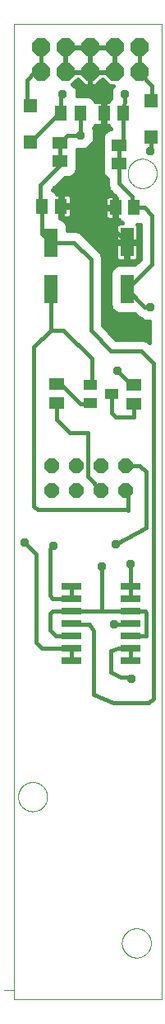
<source format=gbl>
G75*
%MOIN*%
%OFA0B0*%
%FSLAX25Y25*%
%IPPOS*%
%LPD*%
%AMOC8*
5,1,8,0,0,1.08239X$1,22.5*
%
%ADD10C,0.00000*%
%ADD11R,0.05512X0.11811*%
%ADD12R,0.05118X0.06299*%
%ADD13R,0.05118X0.05906*%
%ADD14R,0.05512X0.05512*%
%ADD15R,0.08000X0.02600*%
%ADD16OC8,0.07400*%
%ADD17R,0.05906X0.05118*%
%ADD18R,0.05512X0.03937*%
%ADD19OC8,0.06000*%
%ADD20C,0.01600*%
%ADD21R,0.03962X0.03962*%
%ADD22OC8,0.03569*%
D10*
X0065737Y0017548D02*
X0069674Y0017548D01*
X0069713Y0013611D02*
X0069713Y0407312D01*
X0129713Y0407312D01*
X0129713Y0013611D01*
X0069713Y0013611D01*
X0071485Y0095501D02*
X0071487Y0095654D01*
X0071493Y0095808D01*
X0071503Y0095961D01*
X0071517Y0096113D01*
X0071535Y0096266D01*
X0071557Y0096417D01*
X0071582Y0096568D01*
X0071612Y0096719D01*
X0071646Y0096869D01*
X0071683Y0097017D01*
X0071724Y0097165D01*
X0071769Y0097311D01*
X0071818Y0097457D01*
X0071871Y0097601D01*
X0071927Y0097743D01*
X0071987Y0097884D01*
X0072051Y0098024D01*
X0072118Y0098162D01*
X0072189Y0098298D01*
X0072264Y0098432D01*
X0072341Y0098564D01*
X0072423Y0098694D01*
X0072507Y0098822D01*
X0072595Y0098948D01*
X0072686Y0099071D01*
X0072780Y0099192D01*
X0072878Y0099310D01*
X0072978Y0099426D01*
X0073082Y0099539D01*
X0073188Y0099650D01*
X0073297Y0099758D01*
X0073409Y0099863D01*
X0073523Y0099964D01*
X0073641Y0100063D01*
X0073760Y0100159D01*
X0073882Y0100252D01*
X0074007Y0100341D01*
X0074134Y0100428D01*
X0074263Y0100510D01*
X0074394Y0100590D01*
X0074527Y0100666D01*
X0074662Y0100739D01*
X0074799Y0100808D01*
X0074938Y0100873D01*
X0075078Y0100935D01*
X0075220Y0100993D01*
X0075363Y0101048D01*
X0075508Y0101099D01*
X0075654Y0101146D01*
X0075801Y0101189D01*
X0075949Y0101228D01*
X0076098Y0101264D01*
X0076248Y0101295D01*
X0076399Y0101323D01*
X0076550Y0101347D01*
X0076703Y0101367D01*
X0076855Y0101383D01*
X0077008Y0101395D01*
X0077161Y0101403D01*
X0077314Y0101407D01*
X0077468Y0101407D01*
X0077621Y0101403D01*
X0077774Y0101395D01*
X0077927Y0101383D01*
X0078079Y0101367D01*
X0078232Y0101347D01*
X0078383Y0101323D01*
X0078534Y0101295D01*
X0078684Y0101264D01*
X0078833Y0101228D01*
X0078981Y0101189D01*
X0079128Y0101146D01*
X0079274Y0101099D01*
X0079419Y0101048D01*
X0079562Y0100993D01*
X0079704Y0100935D01*
X0079844Y0100873D01*
X0079983Y0100808D01*
X0080120Y0100739D01*
X0080255Y0100666D01*
X0080388Y0100590D01*
X0080519Y0100510D01*
X0080648Y0100428D01*
X0080775Y0100341D01*
X0080900Y0100252D01*
X0081022Y0100159D01*
X0081141Y0100063D01*
X0081259Y0099964D01*
X0081373Y0099863D01*
X0081485Y0099758D01*
X0081594Y0099650D01*
X0081700Y0099539D01*
X0081804Y0099426D01*
X0081904Y0099310D01*
X0082002Y0099192D01*
X0082096Y0099071D01*
X0082187Y0098948D01*
X0082275Y0098822D01*
X0082359Y0098694D01*
X0082441Y0098564D01*
X0082518Y0098432D01*
X0082593Y0098298D01*
X0082664Y0098162D01*
X0082731Y0098024D01*
X0082795Y0097884D01*
X0082855Y0097743D01*
X0082911Y0097601D01*
X0082964Y0097457D01*
X0083013Y0097311D01*
X0083058Y0097165D01*
X0083099Y0097017D01*
X0083136Y0096869D01*
X0083170Y0096719D01*
X0083200Y0096568D01*
X0083225Y0096417D01*
X0083247Y0096266D01*
X0083265Y0096113D01*
X0083279Y0095961D01*
X0083289Y0095808D01*
X0083295Y0095654D01*
X0083297Y0095501D01*
X0083295Y0095348D01*
X0083289Y0095194D01*
X0083279Y0095041D01*
X0083265Y0094889D01*
X0083247Y0094736D01*
X0083225Y0094585D01*
X0083200Y0094434D01*
X0083170Y0094283D01*
X0083136Y0094133D01*
X0083099Y0093985D01*
X0083058Y0093837D01*
X0083013Y0093691D01*
X0082964Y0093545D01*
X0082911Y0093401D01*
X0082855Y0093259D01*
X0082795Y0093118D01*
X0082731Y0092978D01*
X0082664Y0092840D01*
X0082593Y0092704D01*
X0082518Y0092570D01*
X0082441Y0092438D01*
X0082359Y0092308D01*
X0082275Y0092180D01*
X0082187Y0092054D01*
X0082096Y0091931D01*
X0082002Y0091810D01*
X0081904Y0091692D01*
X0081804Y0091576D01*
X0081700Y0091463D01*
X0081594Y0091352D01*
X0081485Y0091244D01*
X0081373Y0091139D01*
X0081259Y0091038D01*
X0081141Y0090939D01*
X0081022Y0090843D01*
X0080900Y0090750D01*
X0080775Y0090661D01*
X0080648Y0090574D01*
X0080519Y0090492D01*
X0080388Y0090412D01*
X0080255Y0090336D01*
X0080120Y0090263D01*
X0079983Y0090194D01*
X0079844Y0090129D01*
X0079704Y0090067D01*
X0079562Y0090009D01*
X0079419Y0089954D01*
X0079274Y0089903D01*
X0079128Y0089856D01*
X0078981Y0089813D01*
X0078833Y0089774D01*
X0078684Y0089738D01*
X0078534Y0089707D01*
X0078383Y0089679D01*
X0078232Y0089655D01*
X0078079Y0089635D01*
X0077927Y0089619D01*
X0077774Y0089607D01*
X0077621Y0089599D01*
X0077468Y0089595D01*
X0077314Y0089595D01*
X0077161Y0089599D01*
X0077008Y0089607D01*
X0076855Y0089619D01*
X0076703Y0089635D01*
X0076550Y0089655D01*
X0076399Y0089679D01*
X0076248Y0089707D01*
X0076098Y0089738D01*
X0075949Y0089774D01*
X0075801Y0089813D01*
X0075654Y0089856D01*
X0075508Y0089903D01*
X0075363Y0089954D01*
X0075220Y0090009D01*
X0075078Y0090067D01*
X0074938Y0090129D01*
X0074799Y0090194D01*
X0074662Y0090263D01*
X0074527Y0090336D01*
X0074394Y0090412D01*
X0074263Y0090492D01*
X0074134Y0090574D01*
X0074007Y0090661D01*
X0073882Y0090750D01*
X0073760Y0090843D01*
X0073641Y0090939D01*
X0073523Y0091038D01*
X0073409Y0091139D01*
X0073297Y0091244D01*
X0073188Y0091352D01*
X0073082Y0091463D01*
X0072978Y0091576D01*
X0072878Y0091692D01*
X0072780Y0091810D01*
X0072686Y0091931D01*
X0072595Y0092054D01*
X0072507Y0092180D01*
X0072423Y0092308D01*
X0072341Y0092438D01*
X0072264Y0092570D01*
X0072189Y0092704D01*
X0072118Y0092840D01*
X0072051Y0092978D01*
X0071987Y0093118D01*
X0071927Y0093259D01*
X0071871Y0093401D01*
X0071818Y0093545D01*
X0071769Y0093691D01*
X0071724Y0093837D01*
X0071683Y0093985D01*
X0071646Y0094133D01*
X0071612Y0094283D01*
X0071582Y0094434D01*
X0071557Y0094585D01*
X0071535Y0094736D01*
X0071517Y0094889D01*
X0071503Y0095041D01*
X0071493Y0095194D01*
X0071487Y0095348D01*
X0071485Y0095501D01*
X0113611Y0036446D02*
X0113613Y0036599D01*
X0113619Y0036753D01*
X0113629Y0036906D01*
X0113643Y0037058D01*
X0113661Y0037211D01*
X0113683Y0037362D01*
X0113708Y0037513D01*
X0113738Y0037664D01*
X0113772Y0037814D01*
X0113809Y0037962D01*
X0113850Y0038110D01*
X0113895Y0038256D01*
X0113944Y0038402D01*
X0113997Y0038546D01*
X0114053Y0038688D01*
X0114113Y0038829D01*
X0114177Y0038969D01*
X0114244Y0039107D01*
X0114315Y0039243D01*
X0114390Y0039377D01*
X0114467Y0039509D01*
X0114549Y0039639D01*
X0114633Y0039767D01*
X0114721Y0039893D01*
X0114812Y0040016D01*
X0114906Y0040137D01*
X0115004Y0040255D01*
X0115104Y0040371D01*
X0115208Y0040484D01*
X0115314Y0040595D01*
X0115423Y0040703D01*
X0115535Y0040808D01*
X0115649Y0040909D01*
X0115767Y0041008D01*
X0115886Y0041104D01*
X0116008Y0041197D01*
X0116133Y0041286D01*
X0116260Y0041373D01*
X0116389Y0041455D01*
X0116520Y0041535D01*
X0116653Y0041611D01*
X0116788Y0041684D01*
X0116925Y0041753D01*
X0117064Y0041818D01*
X0117204Y0041880D01*
X0117346Y0041938D01*
X0117489Y0041993D01*
X0117634Y0042044D01*
X0117780Y0042091D01*
X0117927Y0042134D01*
X0118075Y0042173D01*
X0118224Y0042209D01*
X0118374Y0042240D01*
X0118525Y0042268D01*
X0118676Y0042292D01*
X0118829Y0042312D01*
X0118981Y0042328D01*
X0119134Y0042340D01*
X0119287Y0042348D01*
X0119440Y0042352D01*
X0119594Y0042352D01*
X0119747Y0042348D01*
X0119900Y0042340D01*
X0120053Y0042328D01*
X0120205Y0042312D01*
X0120358Y0042292D01*
X0120509Y0042268D01*
X0120660Y0042240D01*
X0120810Y0042209D01*
X0120959Y0042173D01*
X0121107Y0042134D01*
X0121254Y0042091D01*
X0121400Y0042044D01*
X0121545Y0041993D01*
X0121688Y0041938D01*
X0121830Y0041880D01*
X0121970Y0041818D01*
X0122109Y0041753D01*
X0122246Y0041684D01*
X0122381Y0041611D01*
X0122514Y0041535D01*
X0122645Y0041455D01*
X0122774Y0041373D01*
X0122901Y0041286D01*
X0123026Y0041197D01*
X0123148Y0041104D01*
X0123267Y0041008D01*
X0123385Y0040909D01*
X0123499Y0040808D01*
X0123611Y0040703D01*
X0123720Y0040595D01*
X0123826Y0040484D01*
X0123930Y0040371D01*
X0124030Y0040255D01*
X0124128Y0040137D01*
X0124222Y0040016D01*
X0124313Y0039893D01*
X0124401Y0039767D01*
X0124485Y0039639D01*
X0124567Y0039509D01*
X0124644Y0039377D01*
X0124719Y0039243D01*
X0124790Y0039107D01*
X0124857Y0038969D01*
X0124921Y0038829D01*
X0124981Y0038688D01*
X0125037Y0038546D01*
X0125090Y0038402D01*
X0125139Y0038256D01*
X0125184Y0038110D01*
X0125225Y0037962D01*
X0125262Y0037814D01*
X0125296Y0037664D01*
X0125326Y0037513D01*
X0125351Y0037362D01*
X0125373Y0037211D01*
X0125391Y0037058D01*
X0125405Y0036906D01*
X0125415Y0036753D01*
X0125421Y0036599D01*
X0125423Y0036446D01*
X0125421Y0036293D01*
X0125415Y0036139D01*
X0125405Y0035986D01*
X0125391Y0035834D01*
X0125373Y0035681D01*
X0125351Y0035530D01*
X0125326Y0035379D01*
X0125296Y0035228D01*
X0125262Y0035078D01*
X0125225Y0034930D01*
X0125184Y0034782D01*
X0125139Y0034636D01*
X0125090Y0034490D01*
X0125037Y0034346D01*
X0124981Y0034204D01*
X0124921Y0034063D01*
X0124857Y0033923D01*
X0124790Y0033785D01*
X0124719Y0033649D01*
X0124644Y0033515D01*
X0124567Y0033383D01*
X0124485Y0033253D01*
X0124401Y0033125D01*
X0124313Y0032999D01*
X0124222Y0032876D01*
X0124128Y0032755D01*
X0124030Y0032637D01*
X0123930Y0032521D01*
X0123826Y0032408D01*
X0123720Y0032297D01*
X0123611Y0032189D01*
X0123499Y0032084D01*
X0123385Y0031983D01*
X0123267Y0031884D01*
X0123148Y0031788D01*
X0123026Y0031695D01*
X0122901Y0031606D01*
X0122774Y0031519D01*
X0122645Y0031437D01*
X0122514Y0031357D01*
X0122381Y0031281D01*
X0122246Y0031208D01*
X0122109Y0031139D01*
X0121970Y0031074D01*
X0121830Y0031012D01*
X0121688Y0030954D01*
X0121545Y0030899D01*
X0121400Y0030848D01*
X0121254Y0030801D01*
X0121107Y0030758D01*
X0120959Y0030719D01*
X0120810Y0030683D01*
X0120660Y0030652D01*
X0120509Y0030624D01*
X0120358Y0030600D01*
X0120205Y0030580D01*
X0120053Y0030564D01*
X0119900Y0030552D01*
X0119747Y0030544D01*
X0119594Y0030540D01*
X0119440Y0030540D01*
X0119287Y0030544D01*
X0119134Y0030552D01*
X0118981Y0030564D01*
X0118829Y0030580D01*
X0118676Y0030600D01*
X0118525Y0030624D01*
X0118374Y0030652D01*
X0118224Y0030683D01*
X0118075Y0030719D01*
X0117927Y0030758D01*
X0117780Y0030801D01*
X0117634Y0030848D01*
X0117489Y0030899D01*
X0117346Y0030954D01*
X0117204Y0031012D01*
X0117064Y0031074D01*
X0116925Y0031139D01*
X0116788Y0031208D01*
X0116653Y0031281D01*
X0116520Y0031357D01*
X0116389Y0031437D01*
X0116260Y0031519D01*
X0116133Y0031606D01*
X0116008Y0031695D01*
X0115886Y0031788D01*
X0115767Y0031884D01*
X0115649Y0031983D01*
X0115535Y0032084D01*
X0115423Y0032189D01*
X0115314Y0032297D01*
X0115208Y0032408D01*
X0115104Y0032521D01*
X0115004Y0032637D01*
X0114906Y0032755D01*
X0114812Y0032876D01*
X0114721Y0032999D01*
X0114633Y0033125D01*
X0114549Y0033253D01*
X0114467Y0033383D01*
X0114390Y0033515D01*
X0114315Y0033649D01*
X0114244Y0033785D01*
X0114177Y0033923D01*
X0114113Y0034063D01*
X0114053Y0034204D01*
X0113997Y0034346D01*
X0113944Y0034490D01*
X0113895Y0034636D01*
X0113850Y0034782D01*
X0113809Y0034930D01*
X0113772Y0035078D01*
X0113738Y0035228D01*
X0113708Y0035379D01*
X0113683Y0035530D01*
X0113661Y0035681D01*
X0113643Y0035834D01*
X0113629Y0035986D01*
X0113619Y0036139D01*
X0113613Y0036293D01*
X0113611Y0036446D01*
X0115973Y0347076D02*
X0115975Y0347229D01*
X0115981Y0347383D01*
X0115991Y0347536D01*
X0116005Y0347688D01*
X0116023Y0347841D01*
X0116045Y0347992D01*
X0116070Y0348143D01*
X0116100Y0348294D01*
X0116134Y0348444D01*
X0116171Y0348592D01*
X0116212Y0348740D01*
X0116257Y0348886D01*
X0116306Y0349032D01*
X0116359Y0349176D01*
X0116415Y0349318D01*
X0116475Y0349459D01*
X0116539Y0349599D01*
X0116606Y0349737D01*
X0116677Y0349873D01*
X0116752Y0350007D01*
X0116829Y0350139D01*
X0116911Y0350269D01*
X0116995Y0350397D01*
X0117083Y0350523D01*
X0117174Y0350646D01*
X0117268Y0350767D01*
X0117366Y0350885D01*
X0117466Y0351001D01*
X0117570Y0351114D01*
X0117676Y0351225D01*
X0117785Y0351333D01*
X0117897Y0351438D01*
X0118011Y0351539D01*
X0118129Y0351638D01*
X0118248Y0351734D01*
X0118370Y0351827D01*
X0118495Y0351916D01*
X0118622Y0352003D01*
X0118751Y0352085D01*
X0118882Y0352165D01*
X0119015Y0352241D01*
X0119150Y0352314D01*
X0119287Y0352383D01*
X0119426Y0352448D01*
X0119566Y0352510D01*
X0119708Y0352568D01*
X0119851Y0352623D01*
X0119996Y0352674D01*
X0120142Y0352721D01*
X0120289Y0352764D01*
X0120437Y0352803D01*
X0120586Y0352839D01*
X0120736Y0352870D01*
X0120887Y0352898D01*
X0121038Y0352922D01*
X0121191Y0352942D01*
X0121343Y0352958D01*
X0121496Y0352970D01*
X0121649Y0352978D01*
X0121802Y0352982D01*
X0121956Y0352982D01*
X0122109Y0352978D01*
X0122262Y0352970D01*
X0122415Y0352958D01*
X0122567Y0352942D01*
X0122720Y0352922D01*
X0122871Y0352898D01*
X0123022Y0352870D01*
X0123172Y0352839D01*
X0123321Y0352803D01*
X0123469Y0352764D01*
X0123616Y0352721D01*
X0123762Y0352674D01*
X0123907Y0352623D01*
X0124050Y0352568D01*
X0124192Y0352510D01*
X0124332Y0352448D01*
X0124471Y0352383D01*
X0124608Y0352314D01*
X0124743Y0352241D01*
X0124876Y0352165D01*
X0125007Y0352085D01*
X0125136Y0352003D01*
X0125263Y0351916D01*
X0125388Y0351827D01*
X0125510Y0351734D01*
X0125629Y0351638D01*
X0125747Y0351539D01*
X0125861Y0351438D01*
X0125973Y0351333D01*
X0126082Y0351225D01*
X0126188Y0351114D01*
X0126292Y0351001D01*
X0126392Y0350885D01*
X0126490Y0350767D01*
X0126584Y0350646D01*
X0126675Y0350523D01*
X0126763Y0350397D01*
X0126847Y0350269D01*
X0126929Y0350139D01*
X0127006Y0350007D01*
X0127081Y0349873D01*
X0127152Y0349737D01*
X0127219Y0349599D01*
X0127283Y0349459D01*
X0127343Y0349318D01*
X0127399Y0349176D01*
X0127452Y0349032D01*
X0127501Y0348886D01*
X0127546Y0348740D01*
X0127587Y0348592D01*
X0127624Y0348444D01*
X0127658Y0348294D01*
X0127688Y0348143D01*
X0127713Y0347992D01*
X0127735Y0347841D01*
X0127753Y0347688D01*
X0127767Y0347536D01*
X0127777Y0347383D01*
X0127783Y0347229D01*
X0127785Y0347076D01*
X0127783Y0346923D01*
X0127777Y0346769D01*
X0127767Y0346616D01*
X0127753Y0346464D01*
X0127735Y0346311D01*
X0127713Y0346160D01*
X0127688Y0346009D01*
X0127658Y0345858D01*
X0127624Y0345708D01*
X0127587Y0345560D01*
X0127546Y0345412D01*
X0127501Y0345266D01*
X0127452Y0345120D01*
X0127399Y0344976D01*
X0127343Y0344834D01*
X0127283Y0344693D01*
X0127219Y0344553D01*
X0127152Y0344415D01*
X0127081Y0344279D01*
X0127006Y0344145D01*
X0126929Y0344013D01*
X0126847Y0343883D01*
X0126763Y0343755D01*
X0126675Y0343629D01*
X0126584Y0343506D01*
X0126490Y0343385D01*
X0126392Y0343267D01*
X0126292Y0343151D01*
X0126188Y0343038D01*
X0126082Y0342927D01*
X0125973Y0342819D01*
X0125861Y0342714D01*
X0125747Y0342613D01*
X0125629Y0342514D01*
X0125510Y0342418D01*
X0125388Y0342325D01*
X0125263Y0342236D01*
X0125136Y0342149D01*
X0125007Y0342067D01*
X0124876Y0341987D01*
X0124743Y0341911D01*
X0124608Y0341838D01*
X0124471Y0341769D01*
X0124332Y0341704D01*
X0124192Y0341642D01*
X0124050Y0341584D01*
X0123907Y0341529D01*
X0123762Y0341478D01*
X0123616Y0341431D01*
X0123469Y0341388D01*
X0123321Y0341349D01*
X0123172Y0341313D01*
X0123022Y0341282D01*
X0122871Y0341254D01*
X0122720Y0341230D01*
X0122567Y0341210D01*
X0122415Y0341194D01*
X0122262Y0341182D01*
X0122109Y0341174D01*
X0121956Y0341170D01*
X0121802Y0341170D01*
X0121649Y0341174D01*
X0121496Y0341182D01*
X0121343Y0341194D01*
X0121191Y0341210D01*
X0121038Y0341230D01*
X0120887Y0341254D01*
X0120736Y0341282D01*
X0120586Y0341313D01*
X0120437Y0341349D01*
X0120289Y0341388D01*
X0120142Y0341431D01*
X0119996Y0341478D01*
X0119851Y0341529D01*
X0119708Y0341584D01*
X0119566Y0341642D01*
X0119426Y0341704D01*
X0119287Y0341769D01*
X0119150Y0341838D01*
X0119015Y0341911D01*
X0118882Y0341987D01*
X0118751Y0342067D01*
X0118622Y0342149D01*
X0118495Y0342236D01*
X0118370Y0342325D01*
X0118248Y0342418D01*
X0118129Y0342514D01*
X0118011Y0342613D01*
X0117897Y0342714D01*
X0117785Y0342819D01*
X0117676Y0342927D01*
X0117570Y0343038D01*
X0117466Y0343151D01*
X0117366Y0343267D01*
X0117268Y0343385D01*
X0117174Y0343506D01*
X0117083Y0343629D01*
X0116995Y0343755D01*
X0116911Y0343883D01*
X0116829Y0344013D01*
X0116752Y0344145D01*
X0116677Y0344279D01*
X0116606Y0344415D01*
X0116539Y0344553D01*
X0116475Y0344693D01*
X0116415Y0344834D01*
X0116359Y0344976D01*
X0116306Y0345120D01*
X0116257Y0345266D01*
X0116212Y0345412D01*
X0116171Y0345560D01*
X0116134Y0345708D01*
X0116100Y0345858D01*
X0116070Y0346009D01*
X0116045Y0346160D01*
X0116023Y0346311D01*
X0116005Y0346464D01*
X0115991Y0346616D01*
X0115981Y0346769D01*
X0115975Y0346923D01*
X0115973Y0347076D01*
D11*
X0115658Y0319320D03*
X0115658Y0300422D03*
X0084674Y0300343D03*
X0084674Y0319241D03*
D12*
X0081013Y0333887D03*
X0088887Y0333887D03*
X0088808Y0371288D03*
X0096682Y0371288D03*
X0106367Y0371288D03*
X0114241Y0371288D03*
D13*
X0111091Y0333296D03*
X0118572Y0333296D03*
D14*
X0125619Y0361603D03*
X0125619Y0376564D03*
X0076406Y0374595D03*
X0076406Y0359635D03*
D15*
X0093046Y0180461D03*
X0093046Y0175461D03*
X0093046Y0170461D03*
X0093046Y0165461D03*
X0093046Y0160461D03*
X0093046Y0155461D03*
X0093046Y0150461D03*
X0117246Y0150461D03*
X0117246Y0155461D03*
X0117246Y0160461D03*
X0117246Y0165461D03*
X0117246Y0170461D03*
X0117246Y0175461D03*
X0117246Y0180461D03*
D16*
X0120658Y0387981D03*
X0120658Y0397981D03*
X0110658Y0397981D03*
X0110658Y0387981D03*
X0100658Y0387981D03*
X0100658Y0397981D03*
X0090658Y0397981D03*
X0090658Y0387981D03*
X0080658Y0387981D03*
X0080658Y0397981D03*
D17*
X0088611Y0359517D03*
X0088611Y0352036D03*
X0112627Y0351052D03*
X0112627Y0358532D03*
X0118335Y0261682D03*
X0118335Y0254202D03*
X0087036Y0254517D03*
X0087036Y0261997D03*
D18*
X0100816Y0261879D03*
X0100816Y0254398D03*
X0109477Y0258139D03*
D19*
X0105225Y0229241D03*
X0105225Y0219241D03*
X0095225Y0219241D03*
X0095225Y0229241D03*
X0085225Y0229241D03*
X0085225Y0219241D03*
X0115225Y0219241D03*
X0115225Y0229241D03*
D20*
X0120816Y0229241D01*
X0123454Y0226603D01*
X0123454Y0204162D01*
X0111249Y0197469D01*
X0116091Y0211052D02*
X0115816Y0211328D01*
X0079398Y0211328D01*
X0077942Y0212784D01*
X0077942Y0277154D01*
X0084674Y0283887D01*
X0089950Y0283887D01*
X0101406Y0272430D01*
X0101406Y0262469D01*
X0100816Y0261879D01*
X0100816Y0254398D02*
X0100580Y0254162D01*
X0096682Y0254162D01*
X0088847Y0261997D01*
X0087036Y0261997D01*
X0087036Y0254517D02*
X0087036Y0247666D01*
X0092351Y0242351D01*
X0099831Y0242351D01*
X0099831Y0224635D01*
X0105225Y0219241D01*
X0115225Y0219241D02*
X0116091Y0218375D01*
X0116091Y0211052D01*
X0117154Y0189595D02*
X0117154Y0180554D01*
X0117246Y0180461D01*
X0117246Y0175461D01*
X0117246Y0170461D02*
X0123217Y0170461D01*
X0123454Y0169910D01*
X0123454Y0160461D01*
X0117246Y0160461D01*
X0116971Y0165186D02*
X0117246Y0165461D01*
X0116971Y0165186D02*
X0110461Y0165186D01*
X0112154Y0155461D02*
X0109280Y0154556D01*
X0109280Y0145894D01*
X0113217Y0143926D01*
X0116761Y0143926D01*
X0117548Y0143139D01*
X0117246Y0150461D02*
X0117246Y0155461D01*
X0112154Y0155461D01*
X0117246Y0170461D02*
X0105343Y0170461D01*
X0105343Y0188414D01*
X0105343Y0170461D02*
X0093046Y0170461D01*
X0085422Y0170461D01*
X0084477Y0169517D01*
X0084477Y0162824D01*
X0086839Y0160461D01*
X0093046Y0160461D01*
X0093322Y0165186D02*
X0093046Y0165461D01*
X0093322Y0165186D02*
X0100619Y0165186D01*
X0102194Y0162430D01*
X0102194Y0136839D01*
X0110068Y0133296D01*
X0124635Y0133296D01*
X0126603Y0135265D01*
X0126603Y0270304D01*
X0121485Y0275422D01*
X0109280Y0275422D01*
X0101013Y0283690D01*
X0101013Y0312430D01*
X0094202Y0319241D01*
X0084674Y0319241D01*
X0081013Y0322902D01*
X0081013Y0333887D01*
X0080540Y0334359D01*
X0080540Y0342351D01*
X0088611Y0350422D01*
X0088611Y0352036D01*
X0088611Y0359517D01*
X0091524Y0362430D01*
X0096682Y0362430D01*
X0096682Y0371288D01*
X0095380Y0378438D02*
X0095380Y0381361D01*
X0093598Y0383143D01*
X0095658Y0385203D01*
X0098380Y0382481D01*
X0100458Y0382481D01*
X0100458Y0387781D01*
X0095158Y0387781D01*
X0090858Y0387781D01*
X0090858Y0388181D01*
X0090458Y0388181D01*
X0090458Y0393481D01*
X0090458Y0397781D01*
X0090858Y0397781D01*
X0090858Y0388181D01*
X0100458Y0388181D01*
X0100458Y0387781D01*
X0100858Y0387781D01*
X0100858Y0382481D01*
X0102936Y0382481D01*
X0105658Y0385203D01*
X0108380Y0382481D01*
X0110128Y0382481D01*
X0109008Y0381361D01*
X0109008Y0377421D01*
X0108291Y0376704D01*
X0108098Y0376238D01*
X0106846Y0376238D01*
X0106846Y0371768D01*
X0105887Y0371768D01*
X0105887Y0376238D01*
X0103571Y0376238D01*
X0103113Y0376115D01*
X0102922Y0376005D01*
X0102632Y0376704D01*
X0101507Y0377829D01*
X0100037Y0378438D01*
X0095380Y0378438D01*
X0095380Y0379670D02*
X0109008Y0379670D01*
X0109008Y0378072D02*
X0100921Y0378072D01*
X0102727Y0376473D02*
X0108195Y0376473D01*
X0106846Y0374875D02*
X0105887Y0374875D01*
X0105887Y0373276D02*
X0106846Y0373276D01*
X0106846Y0370809D02*
X0105887Y0370809D01*
X0105887Y0366339D01*
X0103571Y0366339D01*
X0103113Y0366461D01*
X0102922Y0366572D01*
X0102632Y0365873D01*
X0102026Y0365266D01*
X0102466Y0364826D01*
X0102466Y0360034D01*
X0099078Y0356646D01*
X0095564Y0356646D01*
X0095564Y0356162D01*
X0095404Y0355776D01*
X0095564Y0355391D01*
X0095564Y0348682D01*
X0094955Y0347211D01*
X0093830Y0346086D01*
X0092359Y0345477D01*
X0090454Y0345477D01*
X0085531Y0340554D01*
X0085837Y0340427D01*
X0086963Y0339302D01*
X0087156Y0338836D01*
X0088407Y0338836D01*
X0088407Y0334366D01*
X0089366Y0334366D01*
X0089366Y0338836D01*
X0091683Y0338836D01*
X0092140Y0338714D01*
X0092551Y0338477D01*
X0092886Y0338141D01*
X0093123Y0337731D01*
X0093246Y0337273D01*
X0093246Y0334366D01*
X0089366Y0334366D01*
X0089366Y0333407D01*
X0089366Y0328937D01*
X0091683Y0328937D01*
X0092140Y0329060D01*
X0092551Y0329297D01*
X0092886Y0329632D01*
X0093123Y0330042D01*
X0093246Y0330500D01*
X0093246Y0333407D01*
X0089366Y0333407D01*
X0088407Y0333407D01*
X0088407Y0329071D01*
X0089696Y0328537D01*
X0090821Y0327412D01*
X0091430Y0325942D01*
X0091430Y0324041D01*
X0095156Y0324041D01*
X0096921Y0323310D01*
X0103732Y0316499D01*
X0105082Y0315149D01*
X0105813Y0313385D01*
X0105813Y0285678D01*
X0111269Y0280222D01*
X0122440Y0280222D01*
X0124204Y0279491D01*
X0124913Y0278782D01*
X0124913Y0287354D01*
X0122632Y0287354D01*
X0121409Y0288578D01*
X0120223Y0289069D01*
X0118776Y0290517D01*
X0112107Y0290517D01*
X0110637Y0291125D01*
X0109511Y0292251D01*
X0108902Y0293721D01*
X0108902Y0307123D01*
X0109511Y0308593D01*
X0110637Y0309719D01*
X0112107Y0310328D01*
X0118776Y0310328D01*
X0121016Y0312568D01*
X0121016Y0326343D01*
X0119842Y0326343D01*
X0119855Y0326330D01*
X0120091Y0325920D01*
X0120214Y0325462D01*
X0120214Y0319898D01*
X0116236Y0319898D01*
X0116236Y0318742D01*
X0120214Y0318742D01*
X0120214Y0313177D01*
X0120091Y0312719D01*
X0119855Y0312309D01*
X0119519Y0311974D01*
X0119109Y0311737D01*
X0118651Y0311614D01*
X0116236Y0311614D01*
X0116236Y0318742D01*
X0115080Y0318742D01*
X0111102Y0318742D01*
X0111102Y0313177D01*
X0111225Y0312719D01*
X0111462Y0312309D01*
X0111797Y0311974D01*
X0112208Y0311737D01*
X0112665Y0311614D01*
X0115080Y0311614D01*
X0115080Y0318742D01*
X0115080Y0319898D01*
X0111102Y0319898D01*
X0111102Y0325462D01*
X0111225Y0325920D01*
X0111462Y0326330D01*
X0111797Y0326666D01*
X0112208Y0326903D01*
X0112665Y0327025D01*
X0113674Y0327025D01*
X0112622Y0328077D01*
X0112429Y0328543D01*
X0111571Y0328543D01*
X0111571Y0332816D01*
X0110612Y0332816D01*
X0110612Y0328543D01*
X0108295Y0328543D01*
X0107837Y0328666D01*
X0107427Y0328903D01*
X0107092Y0329238D01*
X0106855Y0329649D01*
X0106732Y0330106D01*
X0106732Y0332817D01*
X0110612Y0332817D01*
X0110612Y0333776D01*
X0110612Y0338049D01*
X0108295Y0338049D01*
X0107837Y0337926D01*
X0107427Y0337689D01*
X0107092Y0337354D01*
X0106855Y0336944D01*
X0106732Y0336486D01*
X0106732Y0333776D01*
X0110612Y0333776D01*
X0111571Y0333776D01*
X0111571Y0337209D01*
X0108558Y0340223D01*
X0107827Y0341987D01*
X0107827Y0344928D01*
X0107408Y0345102D01*
X0106283Y0346227D01*
X0105674Y0347697D01*
X0105674Y0354407D01*
X0105834Y0354792D01*
X0105674Y0355178D01*
X0105674Y0361887D01*
X0106283Y0363357D01*
X0107408Y0364482D01*
X0108878Y0365091D01*
X0109072Y0365091D01*
X0108291Y0365873D01*
X0108098Y0366339D01*
X0106846Y0366339D01*
X0106846Y0370809D01*
X0106846Y0370079D02*
X0105887Y0370079D01*
X0105887Y0368481D02*
X0106846Y0368481D01*
X0106846Y0366882D02*
X0105887Y0366882D01*
X0106611Y0363685D02*
X0102466Y0363685D01*
X0102466Y0362086D02*
X0105757Y0362086D01*
X0105674Y0360488D02*
X0102466Y0360488D01*
X0101322Y0358889D02*
X0105674Y0358889D01*
X0105674Y0357291D02*
X0099723Y0357291D01*
X0102043Y0365284D02*
X0108880Y0365284D01*
X0114241Y0360146D02*
X0112627Y0358532D01*
X0112627Y0351052D01*
X0112627Y0342942D01*
X0117942Y0337627D01*
X0117942Y0333926D01*
X0118572Y0333296D01*
X0122666Y0333296D01*
X0125816Y0330146D01*
X0125816Y0310580D01*
X0115658Y0300422D01*
X0122942Y0293139D01*
X0125028Y0293139D01*
X0124913Y0286956D02*
X0105813Y0286956D01*
X0105813Y0288555D02*
X0121432Y0288555D01*
X0119139Y0290153D02*
X0105813Y0290153D01*
X0105813Y0291752D02*
X0110010Y0291752D01*
X0109056Y0293351D02*
X0105813Y0293351D01*
X0105813Y0294949D02*
X0108902Y0294949D01*
X0108902Y0296548D02*
X0105813Y0296548D01*
X0105813Y0298146D02*
X0108902Y0298146D01*
X0108902Y0299745D02*
X0105813Y0299745D01*
X0105813Y0301343D02*
X0108902Y0301343D01*
X0108902Y0302942D02*
X0105813Y0302942D01*
X0105813Y0304540D02*
X0108902Y0304540D01*
X0108902Y0306139D02*
X0105813Y0306139D01*
X0105813Y0307737D02*
X0109157Y0307737D01*
X0110254Y0309336D02*
X0105813Y0309336D01*
X0105813Y0310934D02*
X0119382Y0310934D01*
X0119984Y0312533D02*
X0120981Y0312533D01*
X0121016Y0314131D02*
X0120214Y0314131D01*
X0120214Y0315730D02*
X0121016Y0315730D01*
X0121016Y0317328D02*
X0120214Y0317328D01*
X0121016Y0318927D02*
X0116236Y0318927D01*
X0115658Y0319320D02*
X0111091Y0323887D01*
X0111091Y0333296D01*
X0110612Y0333313D02*
X0093246Y0333313D01*
X0093246Y0331715D02*
X0106732Y0331715D01*
X0106732Y0330116D02*
X0093143Y0330116D01*
X0091025Y0326919D02*
X0112270Y0326919D01*
X0112439Y0328518D02*
X0089715Y0328518D01*
X0089366Y0330116D02*
X0088407Y0330116D01*
X0088407Y0331715D02*
X0089366Y0331715D01*
X0089366Y0333313D02*
X0088407Y0333313D01*
X0088407Y0334912D02*
X0089366Y0334912D01*
X0089366Y0336510D02*
X0088407Y0336510D01*
X0088407Y0338109D02*
X0089366Y0338109D01*
X0087882Y0342904D02*
X0107827Y0342904D01*
X0107827Y0344503D02*
X0089480Y0344503D01*
X0086283Y0341306D02*
X0108109Y0341306D01*
X0109073Y0339707D02*
X0086557Y0339707D01*
X0092905Y0338109D02*
X0110671Y0338109D01*
X0110612Y0336510D02*
X0111571Y0336510D01*
X0111571Y0334912D02*
X0110612Y0334912D01*
X0110612Y0331715D02*
X0111571Y0331715D01*
X0111571Y0330116D02*
X0110612Y0330116D01*
X0111102Y0325321D02*
X0091430Y0325321D01*
X0093246Y0334912D02*
X0106732Y0334912D01*
X0106739Y0336510D02*
X0093246Y0336510D01*
X0093845Y0346101D02*
X0106409Y0346101D01*
X0105674Y0347700D02*
X0095157Y0347700D01*
X0095564Y0349298D02*
X0105674Y0349298D01*
X0105674Y0350897D02*
X0095564Y0350897D01*
X0095564Y0352495D02*
X0105674Y0352495D01*
X0105674Y0354094D02*
X0095564Y0354094D01*
X0095439Y0355692D02*
X0105674Y0355692D01*
X0114241Y0360146D02*
X0114241Y0371288D01*
X0114398Y0371446D01*
X0114792Y0378965D01*
X0110458Y0387781D02*
X0105158Y0387781D01*
X0100858Y0387781D01*
X0100858Y0388181D01*
X0100458Y0388181D01*
X0100458Y0393481D01*
X0100458Y0397781D01*
X0095158Y0397781D01*
X0090858Y0397781D01*
X0090858Y0398181D01*
X0100458Y0398181D01*
X0100458Y0397781D01*
X0100858Y0397781D01*
X0100858Y0388181D01*
X0110458Y0388181D01*
X0110458Y0387781D01*
X0110458Y0388181D02*
X0110458Y0393481D01*
X0110458Y0397781D01*
X0106158Y0397781D01*
X0100858Y0397781D01*
X0100858Y0398181D01*
X0110458Y0398181D01*
X0110458Y0397781D01*
X0110858Y0397781D01*
X0110858Y0388181D01*
X0110458Y0388181D01*
X0110458Y0389261D02*
X0110858Y0389261D01*
X0110858Y0390860D02*
X0110458Y0390860D01*
X0110458Y0392458D02*
X0110858Y0392458D01*
X0110858Y0394057D02*
X0110458Y0394057D01*
X0110458Y0395655D02*
X0110858Y0395655D01*
X0110858Y0397254D02*
X0110458Y0397254D01*
X0106396Y0384466D02*
X0104921Y0384466D01*
X0103322Y0382867D02*
X0107994Y0382867D01*
X0109008Y0381269D02*
X0095380Y0381269D01*
X0093874Y0382867D02*
X0097994Y0382867D01*
X0096396Y0384466D02*
X0094921Y0384466D01*
X0090858Y0389261D02*
X0090458Y0389261D01*
X0090458Y0390860D02*
X0090858Y0390860D01*
X0090858Y0392458D02*
X0090458Y0392458D01*
X0090458Y0394057D02*
X0090858Y0394057D01*
X0090858Y0395655D02*
X0090458Y0395655D01*
X0090458Y0397254D02*
X0090858Y0397254D01*
X0088808Y0379359D02*
X0089595Y0378965D01*
X0088808Y0379359D02*
X0088808Y0371288D01*
X0088060Y0371288D01*
X0076406Y0359635D01*
X0076406Y0374595D02*
X0075028Y0375973D01*
X0075028Y0384871D01*
X0078139Y0387981D01*
X0080658Y0387981D01*
X0080658Y0397981D01*
X0100458Y0397254D02*
X0100858Y0397254D01*
X0100858Y0395655D02*
X0100458Y0395655D01*
X0100458Y0394057D02*
X0100858Y0394057D01*
X0100858Y0392458D02*
X0100458Y0392458D01*
X0100458Y0390860D02*
X0100858Y0390860D01*
X0100858Y0389261D02*
X0100458Y0389261D01*
X0100458Y0387663D02*
X0100858Y0387663D01*
X0100858Y0386064D02*
X0100458Y0386064D01*
X0100458Y0384466D02*
X0100858Y0384466D01*
X0100858Y0382867D02*
X0100458Y0382867D01*
X0120658Y0387666D02*
X0125816Y0382509D01*
X0125816Y0376761D01*
X0125619Y0376564D01*
X0120658Y0387666D02*
X0120658Y0387981D01*
X0120658Y0397981D01*
X0125816Y0361800D02*
X0125619Y0361603D01*
X0125816Y0361800D02*
X0125028Y0356131D01*
X0121016Y0325321D02*
X0120214Y0325321D01*
X0120214Y0323722D02*
X0121016Y0323722D01*
X0121016Y0322124D02*
X0120214Y0322124D01*
X0120214Y0320525D02*
X0121016Y0320525D01*
X0116236Y0317328D02*
X0115080Y0317328D01*
X0115080Y0315730D02*
X0116236Y0315730D01*
X0116236Y0314131D02*
X0115080Y0314131D01*
X0115080Y0312533D02*
X0116236Y0312533D01*
X0115080Y0318927D02*
X0101304Y0318927D01*
X0099706Y0320525D02*
X0111102Y0320525D01*
X0111102Y0322124D02*
X0098107Y0322124D01*
X0095926Y0323722D02*
X0111102Y0323722D01*
X0111102Y0317328D02*
X0102903Y0317328D01*
X0104501Y0315730D02*
X0111102Y0315730D01*
X0111102Y0314131D02*
X0105503Y0314131D01*
X0105813Y0312533D02*
X0111333Y0312533D01*
X0106133Y0285358D02*
X0124913Y0285358D01*
X0124913Y0283759D02*
X0107731Y0283759D01*
X0109330Y0282161D02*
X0124913Y0282161D01*
X0124913Y0280562D02*
X0110928Y0280562D01*
X0111643Y0267548D02*
X0117509Y0261682D01*
X0118335Y0261682D01*
X0118335Y0254202D02*
X0118335Y0248650D01*
X0111249Y0248650D01*
X0109477Y0250422D01*
X0109477Y0258139D01*
X0124731Y0278964D02*
X0124913Y0278964D01*
X0093046Y0180461D02*
X0093046Y0175461D01*
X0085619Y0175461D01*
X0084477Y0176603D01*
X0084477Y0195501D01*
X0085658Y0196682D01*
X0078965Y0193532D02*
X0074241Y0198257D01*
X0078965Y0193532D02*
X0078965Y0157706D01*
X0081209Y0155461D01*
X0093046Y0155461D01*
X0093046Y0150461D01*
X0084674Y0283887D02*
X0084674Y0300343D01*
D21*
X0100225Y0340383D03*
D22*
X0096682Y0362430D03*
X0089595Y0378965D03*
X0114792Y0378965D03*
X0125028Y0356131D03*
X0125028Y0293139D03*
X0111643Y0267548D03*
X0111249Y0197469D03*
X0117154Y0189595D03*
X0110461Y0165186D03*
X0117548Y0143139D03*
X0105343Y0188414D03*
X0085658Y0196682D03*
X0074241Y0198257D03*
M02*

</source>
